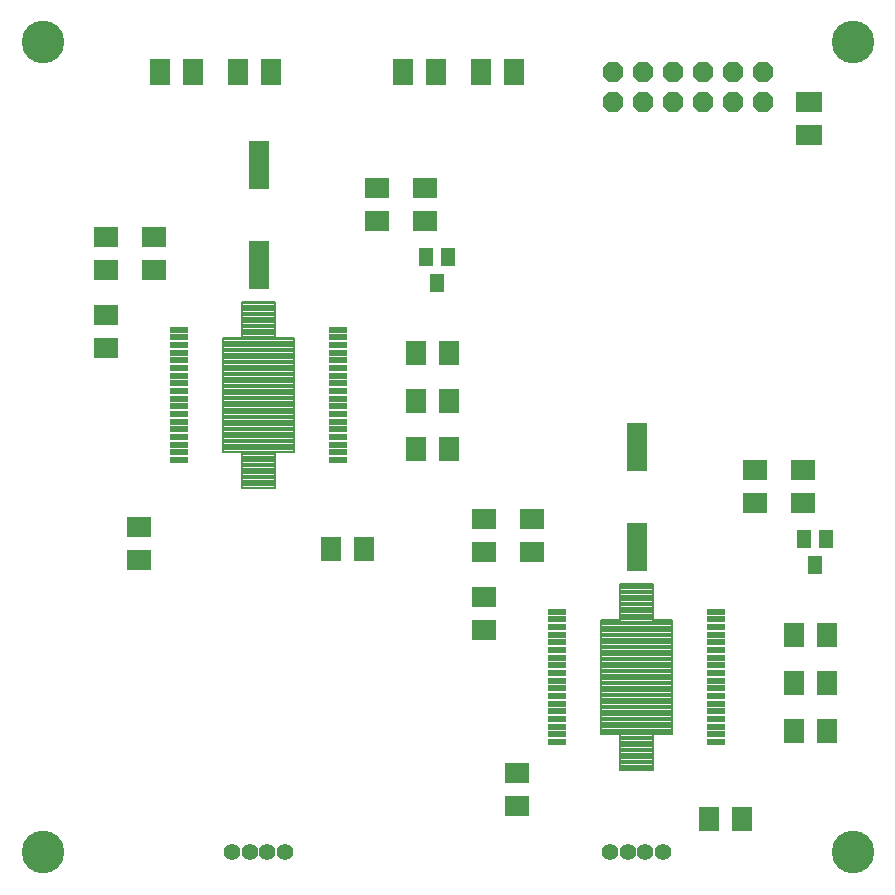
<source format=gts>
G75*
%MOIN*%
%OFA0B0*%
%FSLAX25Y25*%
%IPPOS*%
%LPD*%
%AMOC8*
5,1,8,0,0,1.08239X$1,22.5*
%
%ADD10C,0.14200*%
%ADD11OC8,0.06800*%
%ADD12R,0.07099X0.08674*%
%ADD13R,0.08674X0.07099*%
%ADD14R,0.07099X0.16154*%
%ADD15R,0.04737X0.06312*%
%ADD16R,0.07099X0.07887*%
%ADD17R,0.07887X0.07099*%
%ADD18C,0.05556*%
%ADD19R,0.06312X0.02375*%
%ADD20C,0.00800*%
D10*
X0018300Y0028000D03*
X0018300Y0298000D03*
X0288300Y0298000D03*
X0288300Y0028000D03*
D11*
X0258300Y0278000D03*
X0258300Y0288000D03*
X0248300Y0288000D03*
X0238300Y0288000D03*
X0228300Y0288000D03*
X0218300Y0288000D03*
X0218300Y0278000D03*
X0228300Y0278000D03*
X0238300Y0278000D03*
X0248300Y0278000D03*
X0208300Y0278000D03*
X0208300Y0288000D03*
D12*
X0175312Y0288000D03*
X0164288Y0288000D03*
X0149312Y0288000D03*
X0138288Y0288000D03*
X0094312Y0288000D03*
X0083288Y0288000D03*
X0068312Y0288000D03*
X0057288Y0288000D03*
D13*
X0273800Y0278012D03*
X0273800Y0266988D03*
D14*
X0216300Y0163232D03*
X0216300Y0129768D03*
X0090300Y0223768D03*
X0090300Y0257232D03*
D15*
X0146060Y0226331D03*
X0153540Y0226331D03*
X0149800Y0217669D03*
X0272060Y0132331D03*
X0275800Y0123669D03*
X0279540Y0132331D03*
D16*
X0279812Y0100500D03*
X0268788Y0100500D03*
X0268788Y0084500D03*
X0279812Y0084500D03*
X0279812Y0068500D03*
X0268788Y0068500D03*
X0251312Y0039000D03*
X0240288Y0039000D03*
X0125312Y0129000D03*
X0114288Y0129000D03*
X0142788Y0162500D03*
X0153812Y0162500D03*
X0153812Y0178500D03*
X0142788Y0178500D03*
X0142788Y0194500D03*
X0153812Y0194500D03*
D17*
X0145800Y0238488D03*
X0145800Y0249512D03*
X0129800Y0249512D03*
X0129800Y0238488D03*
X0055300Y0233012D03*
X0055300Y0221988D03*
X0039300Y0221988D03*
X0039300Y0233012D03*
X0039300Y0207012D03*
X0039300Y0195988D03*
X0050300Y0136512D03*
X0050300Y0125488D03*
X0165300Y0127988D03*
X0165300Y0139012D03*
X0181300Y0139012D03*
X0181300Y0127988D03*
X0165300Y0113012D03*
X0165300Y0101988D03*
X0176300Y0054512D03*
X0176300Y0043488D03*
X0255800Y0144488D03*
X0255800Y0155512D03*
X0271800Y0155512D03*
X0271800Y0144488D03*
D18*
X0225158Y0028000D03*
X0219253Y0028000D03*
X0213347Y0028000D03*
X0207442Y0028000D03*
X0099158Y0028000D03*
X0093253Y0028000D03*
X0087347Y0028000D03*
X0081442Y0028000D03*
D19*
X0189922Y0064748D03*
X0189922Y0067307D03*
X0189922Y0069866D03*
X0189922Y0072425D03*
X0189922Y0074984D03*
X0189922Y0077543D03*
X0189922Y0080102D03*
X0189922Y0082661D03*
X0189922Y0085220D03*
X0189922Y0087780D03*
X0189922Y0090339D03*
X0189922Y0092898D03*
X0189922Y0095457D03*
X0189922Y0098016D03*
X0189922Y0100575D03*
X0189922Y0103134D03*
X0189922Y0105693D03*
X0189922Y0108252D03*
X0242678Y0108252D03*
X0242678Y0105693D03*
X0242678Y0103134D03*
X0242678Y0100575D03*
X0242678Y0098016D03*
X0242678Y0095457D03*
X0242678Y0092898D03*
X0242678Y0090339D03*
X0242678Y0087780D03*
X0242678Y0085220D03*
X0242678Y0082661D03*
X0242678Y0080102D03*
X0242678Y0077543D03*
X0242678Y0074984D03*
X0242678Y0072425D03*
X0242678Y0069866D03*
X0242678Y0067307D03*
X0242678Y0064748D03*
X0116678Y0158748D03*
X0116678Y0161307D03*
X0116678Y0163866D03*
X0116678Y0166425D03*
X0116678Y0168984D03*
X0116678Y0171543D03*
X0116678Y0174102D03*
X0116678Y0176661D03*
X0116678Y0179220D03*
X0116678Y0181780D03*
X0116678Y0184339D03*
X0116678Y0186898D03*
X0116678Y0189457D03*
X0116678Y0192016D03*
X0116678Y0194575D03*
X0116678Y0197134D03*
X0116678Y0199693D03*
X0116678Y0202252D03*
X0063922Y0202252D03*
X0063922Y0199693D03*
X0063922Y0197134D03*
X0063922Y0194575D03*
X0063922Y0192016D03*
X0063922Y0189457D03*
X0063922Y0186898D03*
X0063922Y0184339D03*
X0063922Y0181780D03*
X0063922Y0179220D03*
X0063922Y0176661D03*
X0063922Y0174102D03*
X0063922Y0171543D03*
X0063922Y0168984D03*
X0063922Y0166425D03*
X0063922Y0163866D03*
X0063922Y0161307D03*
X0063922Y0158748D03*
D20*
X0078489Y0161602D02*
X0078489Y0199398D01*
X0084788Y0199398D01*
X0084788Y0211602D01*
X0095812Y0211602D01*
X0095812Y0199398D01*
X0102111Y0199398D01*
X0102111Y0161602D01*
X0095812Y0161602D01*
X0095812Y0161209D01*
X0095812Y0149398D01*
X0084788Y0149398D01*
X0084788Y0161602D01*
X0078489Y0161602D01*
X0078489Y0162322D02*
X0102111Y0162322D01*
X0102111Y0163120D02*
X0078489Y0163120D01*
X0078489Y0163919D02*
X0102111Y0163919D01*
X0102111Y0164717D02*
X0078489Y0164717D01*
X0078489Y0165516D02*
X0102111Y0165516D01*
X0102111Y0166314D02*
X0078489Y0166314D01*
X0078489Y0167113D02*
X0102111Y0167113D01*
X0102111Y0167911D02*
X0078489Y0167911D01*
X0078489Y0168710D02*
X0102111Y0168710D01*
X0102111Y0169508D02*
X0078489Y0169508D01*
X0078489Y0170307D02*
X0102111Y0170307D01*
X0102111Y0171105D02*
X0078489Y0171105D01*
X0078489Y0171904D02*
X0102111Y0171904D01*
X0102111Y0172702D02*
X0078489Y0172702D01*
X0078489Y0173501D02*
X0102111Y0173501D01*
X0102111Y0174299D02*
X0078489Y0174299D01*
X0078489Y0175098D02*
X0102111Y0175098D01*
X0102111Y0175896D02*
X0078489Y0175896D01*
X0078489Y0176695D02*
X0102111Y0176695D01*
X0102111Y0177493D02*
X0078489Y0177493D01*
X0078489Y0178292D02*
X0102111Y0178292D01*
X0102111Y0179090D02*
X0078489Y0179090D01*
X0078489Y0179889D02*
X0102111Y0179889D01*
X0102111Y0180687D02*
X0078489Y0180687D01*
X0078489Y0181486D02*
X0102111Y0181486D01*
X0102111Y0182284D02*
X0078489Y0182284D01*
X0078489Y0183083D02*
X0102111Y0183083D01*
X0102111Y0183881D02*
X0078489Y0183881D01*
X0078489Y0184680D02*
X0102111Y0184680D01*
X0102111Y0185478D02*
X0078489Y0185478D01*
X0078489Y0186277D02*
X0102111Y0186277D01*
X0102111Y0187075D02*
X0078489Y0187075D01*
X0078489Y0187874D02*
X0102111Y0187874D01*
X0102111Y0188672D02*
X0078489Y0188672D01*
X0078489Y0189471D02*
X0102111Y0189471D01*
X0102111Y0190270D02*
X0078489Y0190270D01*
X0078489Y0191068D02*
X0102111Y0191068D01*
X0102111Y0191867D02*
X0078489Y0191867D01*
X0078489Y0192665D02*
X0102111Y0192665D01*
X0102111Y0193464D02*
X0078489Y0193464D01*
X0078489Y0194262D02*
X0102111Y0194262D01*
X0102111Y0195061D02*
X0078489Y0195061D01*
X0078489Y0195859D02*
X0102111Y0195859D01*
X0102111Y0196658D02*
X0078489Y0196658D01*
X0078489Y0197456D02*
X0102111Y0197456D01*
X0102111Y0198255D02*
X0078489Y0198255D01*
X0078489Y0199053D02*
X0102111Y0199053D01*
X0095812Y0199852D02*
X0084788Y0199852D01*
X0084788Y0200650D02*
X0095812Y0200650D01*
X0095812Y0201449D02*
X0084788Y0201449D01*
X0084788Y0202247D02*
X0095812Y0202247D01*
X0095812Y0203046D02*
X0084788Y0203046D01*
X0084788Y0203844D02*
X0095812Y0203844D01*
X0095812Y0204643D02*
X0084788Y0204643D01*
X0084788Y0205441D02*
X0095812Y0205441D01*
X0095812Y0206240D02*
X0084788Y0206240D01*
X0084788Y0207038D02*
X0095812Y0207038D01*
X0095812Y0207837D02*
X0084788Y0207837D01*
X0084788Y0208635D02*
X0095812Y0208635D01*
X0095812Y0209434D02*
X0084788Y0209434D01*
X0084788Y0210232D02*
X0095812Y0210232D01*
X0095812Y0211031D02*
X0084788Y0211031D01*
X0084788Y0161523D02*
X0095812Y0161523D01*
X0095812Y0160725D02*
X0084788Y0160725D01*
X0084788Y0159926D02*
X0095812Y0159926D01*
X0095812Y0159128D02*
X0084788Y0159128D01*
X0084788Y0158329D02*
X0095812Y0158329D01*
X0095812Y0157531D02*
X0084788Y0157531D01*
X0084788Y0156732D02*
X0095812Y0156732D01*
X0095812Y0155934D02*
X0084788Y0155934D01*
X0084788Y0155135D02*
X0095812Y0155135D01*
X0095812Y0154337D02*
X0084788Y0154337D01*
X0084788Y0153538D02*
X0095812Y0153538D01*
X0095812Y0152739D02*
X0084788Y0152739D01*
X0084788Y0151941D02*
X0095812Y0151941D01*
X0095812Y0151142D02*
X0084788Y0151142D01*
X0084788Y0150344D02*
X0095812Y0150344D01*
X0095812Y0149545D02*
X0084788Y0149545D01*
X0204489Y0105398D02*
X0204489Y0067602D01*
X0210788Y0067602D01*
X0210788Y0055398D01*
X0221812Y0055398D01*
X0221812Y0067209D01*
X0221812Y0067602D01*
X0228111Y0067602D01*
X0228111Y0105398D01*
X0221812Y0105398D01*
X0221812Y0117602D01*
X0210788Y0117602D01*
X0210788Y0105398D01*
X0204489Y0105398D01*
X0204489Y0104829D02*
X0228111Y0104829D01*
X0228111Y0104030D02*
X0204489Y0104030D01*
X0204489Y0103232D02*
X0228111Y0103232D01*
X0228111Y0102433D02*
X0204489Y0102433D01*
X0204489Y0101635D02*
X0228111Y0101635D01*
X0228111Y0100836D02*
X0204489Y0100836D01*
X0204489Y0100038D02*
X0228111Y0100038D01*
X0228111Y0099239D02*
X0204489Y0099239D01*
X0204489Y0098441D02*
X0228111Y0098441D01*
X0228111Y0097642D02*
X0204489Y0097642D01*
X0204489Y0096844D02*
X0228111Y0096844D01*
X0228111Y0096045D02*
X0204489Y0096045D01*
X0204489Y0095247D02*
X0228111Y0095247D01*
X0228111Y0094448D02*
X0204489Y0094448D01*
X0204489Y0093650D02*
X0228111Y0093650D01*
X0228111Y0092851D02*
X0204489Y0092851D01*
X0204489Y0092053D02*
X0228111Y0092053D01*
X0228111Y0091254D02*
X0204489Y0091254D01*
X0204489Y0090456D02*
X0228111Y0090456D01*
X0228111Y0089657D02*
X0204489Y0089657D01*
X0204489Y0088859D02*
X0228111Y0088859D01*
X0228111Y0088060D02*
X0204489Y0088060D01*
X0204489Y0087262D02*
X0228111Y0087262D01*
X0228111Y0086463D02*
X0204489Y0086463D01*
X0204489Y0085665D02*
X0228111Y0085665D01*
X0228111Y0084866D02*
X0204489Y0084866D01*
X0204489Y0084068D02*
X0228111Y0084068D01*
X0228111Y0083269D02*
X0204489Y0083269D01*
X0204489Y0082470D02*
X0228111Y0082470D01*
X0228111Y0081672D02*
X0204489Y0081672D01*
X0204489Y0080873D02*
X0228111Y0080873D01*
X0228111Y0080075D02*
X0204489Y0080075D01*
X0204489Y0079276D02*
X0228111Y0079276D01*
X0228111Y0078478D02*
X0204489Y0078478D01*
X0204489Y0077679D02*
X0228111Y0077679D01*
X0228111Y0076881D02*
X0204489Y0076881D01*
X0204489Y0076082D02*
X0228111Y0076082D01*
X0228111Y0075284D02*
X0204489Y0075284D01*
X0204489Y0074485D02*
X0228111Y0074485D01*
X0228111Y0073687D02*
X0204489Y0073687D01*
X0204489Y0072888D02*
X0228111Y0072888D01*
X0228111Y0072090D02*
X0204489Y0072090D01*
X0204489Y0071291D02*
X0228111Y0071291D01*
X0228111Y0070493D02*
X0204489Y0070493D01*
X0204489Y0069694D02*
X0228111Y0069694D01*
X0228111Y0068896D02*
X0204489Y0068896D01*
X0204489Y0068097D02*
X0228111Y0068097D01*
X0221812Y0067299D02*
X0210788Y0067299D01*
X0210788Y0066500D02*
X0221812Y0066500D01*
X0221812Y0065702D02*
X0210788Y0065702D01*
X0210788Y0064903D02*
X0221812Y0064903D01*
X0221812Y0064105D02*
X0210788Y0064105D01*
X0210788Y0063306D02*
X0221812Y0063306D01*
X0221812Y0062508D02*
X0210788Y0062508D01*
X0210788Y0061709D02*
X0221812Y0061709D01*
X0221812Y0060911D02*
X0210788Y0060911D01*
X0210788Y0060112D02*
X0221812Y0060112D01*
X0221812Y0059314D02*
X0210788Y0059314D01*
X0210788Y0058515D02*
X0221812Y0058515D01*
X0221812Y0057717D02*
X0210788Y0057717D01*
X0210788Y0056918D02*
X0221812Y0056918D01*
X0221812Y0056120D02*
X0210788Y0056120D01*
X0210788Y0105627D02*
X0221812Y0105627D01*
X0221812Y0106426D02*
X0210788Y0106426D01*
X0210788Y0107224D02*
X0221812Y0107224D01*
X0221812Y0108023D02*
X0210788Y0108023D01*
X0210788Y0108821D02*
X0221812Y0108821D01*
X0221812Y0109620D02*
X0210788Y0109620D01*
X0210788Y0110418D02*
X0221812Y0110418D01*
X0221812Y0111217D02*
X0210788Y0111217D01*
X0210788Y0112015D02*
X0221812Y0112015D01*
X0221812Y0112814D02*
X0210788Y0112814D01*
X0210788Y0113612D02*
X0221812Y0113612D01*
X0221812Y0114411D02*
X0210788Y0114411D01*
X0210788Y0115209D02*
X0221812Y0115209D01*
X0221812Y0116008D02*
X0210788Y0116008D01*
X0210788Y0116806D02*
X0221812Y0116806D01*
M02*

</source>
